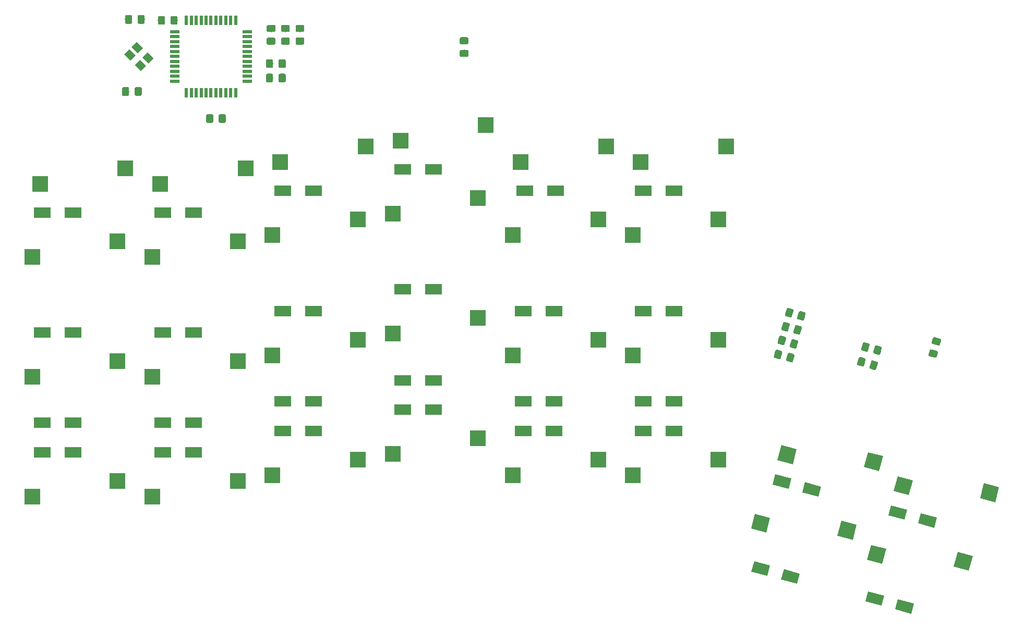
<source format=gbp>
G04 #@! TF.GenerationSoftware,KiCad,Pcbnew,(5.1.4)-1*
G04 #@! TF.CreationDate,2020-05-29T20:33:55-05:00*
G04 #@! TF.ProjectId,Keeb,4b656562-2e6b-4696-9361-645f70636258,rev?*
G04 #@! TF.SameCoordinates,Original*
G04 #@! TF.FileFunction,Paste,Bot*
G04 #@! TF.FilePolarity,Positive*
%FSLAX46Y46*%
G04 Gerber Fmt 4.6, Leading zero omitted, Abs format (unit mm)*
G04 Created by KiCad (PCBNEW (5.1.4)-1) date 2020-05-29 20:33:55*
%MOMM*%
%LPD*%
G04 APERTURE LIST*
%ADD10R,1.500000X0.500000*%
%ADD11R,0.500000X1.500000*%
%ADD12R,2.550000X2.500000*%
%ADD13C,0.100000*%
%ADD14C,1.150000*%
%ADD15R,2.700000X1.700000*%
%ADD16C,1.200000*%
%ADD17C,1.700000*%
%ADD18C,2.500000*%
G04 APERTURE END LIST*
D10*
X233088891Y-43313534D03*
X233088891Y-42513534D03*
X233088891Y-41713534D03*
X233088891Y-40913534D03*
X233088891Y-40113534D03*
X233088891Y-39313534D03*
X233088891Y-38513534D03*
X233088891Y-37713534D03*
X233088891Y-36913534D03*
X233088891Y-36113534D03*
X233088891Y-35313534D03*
D11*
X231188891Y-33413534D03*
X230388891Y-33413534D03*
X229588891Y-33413534D03*
X228788891Y-33413534D03*
X227988891Y-33413534D03*
X227188891Y-33413534D03*
X226388891Y-33413534D03*
X225588891Y-33413534D03*
X224788891Y-33413534D03*
X223988891Y-33413534D03*
X223188891Y-33413534D03*
D10*
X221288891Y-35313534D03*
X221288891Y-36113534D03*
X221288891Y-36913534D03*
X221288891Y-37713534D03*
X221288891Y-38513534D03*
X221288891Y-39313534D03*
X221288891Y-40113534D03*
X221288891Y-40913534D03*
X221288891Y-41713534D03*
X221288891Y-42513534D03*
X221288891Y-43313534D03*
D11*
X223188891Y-45213534D03*
X223988891Y-45213534D03*
X224788891Y-45213534D03*
X225588891Y-45213534D03*
X226388891Y-45213534D03*
X227188891Y-45213534D03*
X227988891Y-45213534D03*
X228788891Y-45213534D03*
X229588891Y-45213534D03*
X230388891Y-45213534D03*
X231188891Y-45213534D03*
D12*
X232798891Y-57453534D03*
X218948891Y-59993534D03*
D13*
G36*
X215720720Y-44310824D02*
G01*
X215744988Y-44314424D01*
X215768787Y-44320385D01*
X215791886Y-44328650D01*
X215814065Y-44339140D01*
X215835108Y-44351752D01*
X215854814Y-44366367D01*
X215872992Y-44382843D01*
X215889468Y-44401021D01*
X215904083Y-44420727D01*
X215916695Y-44441770D01*
X215927185Y-44463949D01*
X215935450Y-44487048D01*
X215941411Y-44510847D01*
X215945011Y-44535115D01*
X215946215Y-44559619D01*
X215946215Y-45459621D01*
X215945011Y-45484125D01*
X215941411Y-45508393D01*
X215935450Y-45532192D01*
X215927185Y-45555291D01*
X215916695Y-45577470D01*
X215904083Y-45598513D01*
X215889468Y-45618219D01*
X215872992Y-45636397D01*
X215854814Y-45652873D01*
X215835108Y-45667488D01*
X215814065Y-45680100D01*
X215791886Y-45690590D01*
X215768787Y-45698855D01*
X215744988Y-45704816D01*
X215720720Y-45708416D01*
X215696216Y-45709620D01*
X215046214Y-45709620D01*
X215021710Y-45708416D01*
X214997442Y-45704816D01*
X214973643Y-45698855D01*
X214950544Y-45690590D01*
X214928365Y-45680100D01*
X214907322Y-45667488D01*
X214887616Y-45652873D01*
X214869438Y-45636397D01*
X214852962Y-45618219D01*
X214838347Y-45598513D01*
X214825735Y-45577470D01*
X214815245Y-45555291D01*
X214806980Y-45532192D01*
X214801019Y-45508393D01*
X214797419Y-45484125D01*
X214796215Y-45459621D01*
X214796215Y-44559619D01*
X214797419Y-44535115D01*
X214801019Y-44510847D01*
X214806980Y-44487048D01*
X214815245Y-44463949D01*
X214825735Y-44441770D01*
X214838347Y-44420727D01*
X214852962Y-44401021D01*
X214869438Y-44382843D01*
X214887616Y-44366367D01*
X214907322Y-44351752D01*
X214928365Y-44339140D01*
X214950544Y-44328650D01*
X214973643Y-44320385D01*
X214997442Y-44314424D01*
X215021710Y-44310824D01*
X215046214Y-44309620D01*
X215696216Y-44309620D01*
X215720720Y-44310824D01*
X215720720Y-44310824D01*
G37*
D14*
X215371215Y-45009620D03*
D13*
G36*
X213670720Y-44310824D02*
G01*
X213694988Y-44314424D01*
X213718787Y-44320385D01*
X213741886Y-44328650D01*
X213764065Y-44339140D01*
X213785108Y-44351752D01*
X213804814Y-44366367D01*
X213822992Y-44382843D01*
X213839468Y-44401021D01*
X213854083Y-44420727D01*
X213866695Y-44441770D01*
X213877185Y-44463949D01*
X213885450Y-44487048D01*
X213891411Y-44510847D01*
X213895011Y-44535115D01*
X213896215Y-44559619D01*
X213896215Y-45459621D01*
X213895011Y-45484125D01*
X213891411Y-45508393D01*
X213885450Y-45532192D01*
X213877185Y-45555291D01*
X213866695Y-45577470D01*
X213854083Y-45598513D01*
X213839468Y-45618219D01*
X213822992Y-45636397D01*
X213804814Y-45652873D01*
X213785108Y-45667488D01*
X213764065Y-45680100D01*
X213741886Y-45690590D01*
X213718787Y-45698855D01*
X213694988Y-45704816D01*
X213670720Y-45708416D01*
X213646216Y-45709620D01*
X212996214Y-45709620D01*
X212971710Y-45708416D01*
X212947442Y-45704816D01*
X212923643Y-45698855D01*
X212900544Y-45690590D01*
X212878365Y-45680100D01*
X212857322Y-45667488D01*
X212837616Y-45652873D01*
X212819438Y-45636397D01*
X212802962Y-45618219D01*
X212788347Y-45598513D01*
X212775735Y-45577470D01*
X212765245Y-45555291D01*
X212756980Y-45532192D01*
X212751019Y-45508393D01*
X212747419Y-45484125D01*
X212746215Y-45459621D01*
X212746215Y-44559619D01*
X212747419Y-44535115D01*
X212751019Y-44510847D01*
X212756980Y-44487048D01*
X212765245Y-44463949D01*
X212775735Y-44441770D01*
X212788347Y-44420727D01*
X212802962Y-44401021D01*
X212819438Y-44382843D01*
X212837616Y-44366367D01*
X212857322Y-44351752D01*
X212878365Y-44339140D01*
X212900544Y-44328650D01*
X212923643Y-44320385D01*
X212947442Y-44314424D01*
X212971710Y-44310824D01*
X212996214Y-44309620D01*
X213646216Y-44309620D01*
X213670720Y-44310824D01*
X213670720Y-44310824D01*
G37*
D14*
X213321215Y-45009620D03*
D15*
X278146215Y-61097120D03*
X283146215Y-61097120D03*
D13*
G36*
X332578531Y-88163173D02*
G01*
X332602904Y-88165977D01*
X332626885Y-88171157D01*
X333254739Y-88339390D01*
X333278096Y-88346894D01*
X333300606Y-88356653D01*
X333322050Y-88368570D01*
X333342224Y-88382532D01*
X333360931Y-88398405D01*
X333377993Y-88416034D01*
X333393245Y-88435251D01*
X333406539Y-88455871D01*
X333417749Y-88477694D01*
X333426766Y-88500510D01*
X333433502Y-88524101D01*
X333437894Y-88548239D01*
X333439899Y-88572690D01*
X333439498Y-88597221D01*
X333436694Y-88621594D01*
X333431514Y-88645575D01*
X333198576Y-89514910D01*
X333191072Y-89538267D01*
X333181313Y-89560777D01*
X333169396Y-89582222D01*
X333155433Y-89602395D01*
X333139561Y-89621102D01*
X333121932Y-89638164D01*
X333102715Y-89653416D01*
X333082095Y-89666711D01*
X333060272Y-89677920D01*
X333037455Y-89686937D01*
X333013865Y-89693673D01*
X332989727Y-89698065D01*
X332965276Y-89700070D01*
X332940745Y-89699669D01*
X332916372Y-89696865D01*
X332892391Y-89691685D01*
X332264537Y-89523452D01*
X332241180Y-89515948D01*
X332218670Y-89506189D01*
X332197226Y-89494272D01*
X332177052Y-89480310D01*
X332158345Y-89464437D01*
X332141283Y-89446808D01*
X332126031Y-89427591D01*
X332112737Y-89406971D01*
X332101527Y-89385148D01*
X332092510Y-89362332D01*
X332085774Y-89338741D01*
X332081382Y-89314603D01*
X332079377Y-89290152D01*
X332079778Y-89265621D01*
X332082582Y-89241248D01*
X332087762Y-89217267D01*
X332320700Y-88347932D01*
X332328204Y-88324575D01*
X332337963Y-88302065D01*
X332349880Y-88280620D01*
X332363843Y-88260447D01*
X332379715Y-88241740D01*
X332397344Y-88224678D01*
X332416561Y-88209426D01*
X332437181Y-88196131D01*
X332459004Y-88184922D01*
X332481821Y-88175905D01*
X332505411Y-88169169D01*
X332529549Y-88164777D01*
X332554000Y-88162772D01*
X332578531Y-88163173D01*
X332578531Y-88163173D01*
G37*
D14*
X332759638Y-88931421D03*
D13*
G36*
X334558679Y-88693753D02*
G01*
X334583052Y-88696557D01*
X334607033Y-88701737D01*
X335234887Y-88869970D01*
X335258244Y-88877474D01*
X335280754Y-88887233D01*
X335302198Y-88899150D01*
X335322372Y-88913112D01*
X335341079Y-88928985D01*
X335358141Y-88946614D01*
X335373393Y-88965831D01*
X335386687Y-88986451D01*
X335397897Y-89008274D01*
X335406914Y-89031090D01*
X335413650Y-89054681D01*
X335418042Y-89078819D01*
X335420047Y-89103270D01*
X335419646Y-89127801D01*
X335416842Y-89152174D01*
X335411662Y-89176155D01*
X335178724Y-90045490D01*
X335171220Y-90068847D01*
X335161461Y-90091357D01*
X335149544Y-90112802D01*
X335135581Y-90132975D01*
X335119709Y-90151682D01*
X335102080Y-90168744D01*
X335082863Y-90183996D01*
X335062243Y-90197291D01*
X335040420Y-90208500D01*
X335017603Y-90217517D01*
X334994013Y-90224253D01*
X334969875Y-90228645D01*
X334945424Y-90230650D01*
X334920893Y-90230249D01*
X334896520Y-90227445D01*
X334872539Y-90222265D01*
X334244685Y-90054032D01*
X334221328Y-90046528D01*
X334198818Y-90036769D01*
X334177374Y-90024852D01*
X334157200Y-90010890D01*
X334138493Y-89995017D01*
X334121431Y-89977388D01*
X334106179Y-89958171D01*
X334092885Y-89937551D01*
X334081675Y-89915728D01*
X334072658Y-89892912D01*
X334065922Y-89869321D01*
X334061530Y-89845183D01*
X334059525Y-89820732D01*
X334059926Y-89796201D01*
X334062730Y-89771828D01*
X334067910Y-89747847D01*
X334300848Y-88878512D01*
X334308352Y-88855155D01*
X334318111Y-88832645D01*
X334330028Y-88811200D01*
X334343991Y-88791027D01*
X334359863Y-88772320D01*
X334377492Y-88755258D01*
X334396709Y-88740006D01*
X334417329Y-88726711D01*
X334439152Y-88715502D01*
X334461969Y-88706485D01*
X334485559Y-88699749D01*
X334509697Y-88695357D01*
X334534148Y-88693352D01*
X334558679Y-88693753D01*
X334558679Y-88693753D01*
G37*
D14*
X334739786Y-89462001D03*
D16*
X214039322Y-39066047D03*
D13*
G36*
X214958561Y-39136758D02*
G01*
X214110033Y-39985286D01*
X213120083Y-38995336D01*
X213968611Y-38146808D01*
X214958561Y-39136758D01*
X214958561Y-39136758D01*
G37*
D16*
X215736378Y-40763103D03*
D13*
G36*
X216655617Y-40833814D02*
G01*
X215807089Y-41682342D01*
X214817139Y-40692392D01*
X215665667Y-39843864D01*
X216655617Y-40833814D01*
X216655617Y-40833814D01*
G37*
D16*
X215241404Y-37863965D03*
D13*
G36*
X216160643Y-37934676D02*
G01*
X215312115Y-38783204D01*
X214322165Y-37793254D01*
X215170693Y-36944726D01*
X216160643Y-37934676D01*
X216160643Y-37934676D01*
G37*
D16*
X216938460Y-39561021D03*
D13*
G36*
X217857699Y-39631732D02*
G01*
X217009171Y-40480260D01*
X216019221Y-39490310D01*
X216867749Y-38641782D01*
X217857699Y-39631732D01*
X217857699Y-39631732D01*
G37*
D17*
X334949076Y-127391484D03*
D13*
G36*
X336473072Y-126919853D02*
G01*
X336033080Y-128561927D01*
X333425080Y-127863115D01*
X333865072Y-126221041D01*
X336473072Y-126919853D01*
X336473072Y-126919853D01*
G37*
D17*
X339778706Y-128685580D03*
D13*
G36*
X341302702Y-128213949D02*
G01*
X340862710Y-129856023D01*
X338254710Y-129157211D01*
X338694702Y-127515137D01*
X341302702Y-128213949D01*
X341302702Y-128213949D01*
G37*
D17*
X316424077Y-122516486D03*
D13*
G36*
X317948073Y-122044855D02*
G01*
X317508081Y-123686929D01*
X314900081Y-122988117D01*
X315340073Y-121346043D01*
X317948073Y-122044855D01*
X317948073Y-122044855D01*
G37*
D17*
X321253707Y-123810582D03*
D13*
G36*
X322777703Y-123338951D02*
G01*
X322337711Y-124981025D01*
X319729711Y-124282213D01*
X320169703Y-122640139D01*
X322777703Y-123338951D01*
X322777703Y-123338951D01*
G37*
D15*
X297328892Y-100163665D03*
X302328892Y-100163665D03*
X277828891Y-100163667D03*
X282828891Y-100163667D03*
X258328891Y-96663667D03*
X263328891Y-96663667D03*
X238828891Y-100163666D03*
X243828891Y-100163666D03*
X219328891Y-103663534D03*
X224328891Y-103663534D03*
X199828891Y-103663533D03*
X204828891Y-103663533D03*
D17*
X343505905Y-114718809D03*
D13*
G36*
X341981909Y-115190440D02*
G01*
X342421901Y-113548366D01*
X345029901Y-114247178D01*
X344589909Y-115889252D01*
X341981909Y-115190440D01*
X341981909Y-115190440D01*
G37*
D17*
X338676275Y-113424713D03*
D13*
G36*
X337152279Y-113896344D02*
G01*
X337592271Y-112254270D01*
X340200271Y-112953082D01*
X339760279Y-114595156D01*
X337152279Y-113896344D01*
X337152279Y-113896344D01*
G37*
D17*
X319836576Y-108378985D03*
D13*
G36*
X321360572Y-107907354D02*
G01*
X320920580Y-109549428D01*
X318312580Y-108850616D01*
X318752572Y-107208542D01*
X321360572Y-107907354D01*
X321360572Y-107907354D01*
G37*
D17*
X324666206Y-109673081D03*
D13*
G36*
X326190202Y-109201450D02*
G01*
X325750210Y-110843524D01*
X323142210Y-110144712D01*
X323582202Y-108502638D01*
X326190202Y-109201450D01*
X326190202Y-109201450D01*
G37*
D15*
X297326391Y-95376034D03*
X302326391Y-95376034D03*
X277826392Y-95376032D03*
X282826392Y-95376032D03*
X258326391Y-91963534D03*
X263326391Y-91963534D03*
X238826393Y-95376034D03*
X243826393Y-95376034D03*
X219326392Y-98788532D03*
X224326392Y-98788532D03*
X199826391Y-98788533D03*
X204826391Y-98788533D03*
X297328891Y-80663667D03*
X302328891Y-80663667D03*
X277828891Y-80663667D03*
X282828891Y-80663667D03*
X258328893Y-77163667D03*
X263328893Y-77163667D03*
X238828892Y-80663667D03*
X243828892Y-80663667D03*
X219328891Y-84163532D03*
X224328891Y-84163532D03*
X199828891Y-84163534D03*
X204828891Y-84163534D03*
X297328891Y-61163667D03*
X302328891Y-61163667D03*
X258328891Y-57663666D03*
X263328891Y-57663666D03*
X238828891Y-61163665D03*
X243828891Y-61163665D03*
X219328891Y-64663534D03*
X224328891Y-64663534D03*
X199826391Y-64663535D03*
X204826391Y-64663535D03*
D18*
X335229119Y-120207189D03*
D13*
G36*
X333674040Y-121084602D02*
G01*
X334321087Y-118669787D01*
X336784198Y-119329776D01*
X336137151Y-121744591D01*
X333674040Y-121084602D01*
X333674040Y-121084602D01*
G37*
D18*
X349264592Y-121338382D03*
D13*
G36*
X347709513Y-122215795D02*
G01*
X348356560Y-119800980D01*
X350819671Y-120460969D01*
X350172624Y-122875784D01*
X347709513Y-122215795D01*
X347709513Y-122215795D01*
G37*
D18*
X316393566Y-115160217D03*
D13*
G36*
X314838487Y-116037630D02*
G01*
X315485534Y-113622815D01*
X317948645Y-114282804D01*
X317301598Y-116697619D01*
X314838487Y-116037630D01*
X314838487Y-116037630D01*
G37*
D18*
X330429039Y-116291410D03*
D13*
G36*
X328873960Y-117168823D02*
G01*
X329521007Y-114754008D01*
X331984118Y-115413997D01*
X331337071Y-117828812D01*
X328873960Y-117168823D01*
X328873960Y-117168823D01*
G37*
D12*
X295678893Y-107373667D03*
X309528893Y-104833667D03*
X276178891Y-107373667D03*
X290028891Y-104833667D03*
X256678891Y-103873667D03*
X270528891Y-101333667D03*
X237178891Y-107373665D03*
X251028891Y-104833665D03*
X217678891Y-110873534D03*
X231528891Y-108333534D03*
X198178891Y-110873534D03*
X212028891Y-108333534D03*
D18*
X353566089Y-110191884D03*
D13*
G36*
X355121168Y-109314471D02*
G01*
X354474121Y-111729286D01*
X352011010Y-111069297D01*
X352658057Y-108654482D01*
X355121168Y-109314471D01*
X355121168Y-109314471D01*
G37*
D18*
X339530616Y-109060691D03*
D13*
G36*
X341085695Y-108183278D02*
G01*
X340438648Y-110598093D01*
X337975537Y-109938104D01*
X338622584Y-107523289D01*
X341085695Y-108183278D01*
X341085695Y-108183278D01*
G37*
D18*
X334730535Y-105144913D03*
D13*
G36*
X336285614Y-104267500D02*
G01*
X335638567Y-106682315D01*
X333175456Y-106022326D01*
X333822503Y-103607511D01*
X336285614Y-104267500D01*
X336285614Y-104267500D01*
G37*
D18*
X320695062Y-104013720D03*
D13*
G36*
X322250141Y-103136307D02*
G01*
X321603094Y-105551122D01*
X319139983Y-104891133D01*
X319787030Y-102476318D01*
X322250141Y-103136307D01*
X322250141Y-103136307D01*
G37*
D12*
X295678891Y-87873667D03*
X309528891Y-85333667D03*
X276178893Y-87873667D03*
X290028893Y-85333667D03*
X256678889Y-84373667D03*
X270528889Y-81833667D03*
X237178891Y-87873667D03*
X251028891Y-85333667D03*
X217678891Y-91373534D03*
X231528891Y-88833534D03*
X198178891Y-91373532D03*
X212028891Y-88833532D03*
X295678891Y-68373667D03*
X309528891Y-65833667D03*
X276178891Y-68373665D03*
X290028891Y-65833665D03*
X256678892Y-64873665D03*
X270528892Y-62333665D03*
X237178891Y-68373667D03*
X251028891Y-65833667D03*
X217678892Y-71873532D03*
X231528892Y-69333532D03*
X198178891Y-71873534D03*
X212028891Y-69333534D03*
X310798891Y-53953665D03*
X296948891Y-56493665D03*
X291298891Y-53953667D03*
X277448891Y-56493667D03*
X271798893Y-50453666D03*
X257948893Y-52993666D03*
X252298891Y-53953667D03*
X238448891Y-56493667D03*
X213298890Y-57453666D03*
X199448890Y-59993666D03*
D13*
G36*
X344607481Y-84931100D02*
G01*
X344631854Y-84933904D01*
X344655835Y-84939084D01*
X345525170Y-85172022D01*
X345548527Y-85179526D01*
X345571037Y-85189285D01*
X345592482Y-85201202D01*
X345612655Y-85215165D01*
X345631362Y-85231037D01*
X345648424Y-85248666D01*
X345663676Y-85267883D01*
X345676971Y-85288503D01*
X345688180Y-85310326D01*
X345697197Y-85333143D01*
X345703933Y-85356733D01*
X345708325Y-85380871D01*
X345710330Y-85405322D01*
X345709929Y-85429853D01*
X345707125Y-85454226D01*
X345701945Y-85478207D01*
X345533712Y-86106061D01*
X345526208Y-86129418D01*
X345516449Y-86151928D01*
X345504532Y-86173372D01*
X345490570Y-86193546D01*
X345474697Y-86212253D01*
X345457068Y-86229315D01*
X345437851Y-86244567D01*
X345417231Y-86257861D01*
X345395408Y-86269071D01*
X345372592Y-86278088D01*
X345349001Y-86284824D01*
X345324863Y-86289216D01*
X345300412Y-86291221D01*
X345275881Y-86290820D01*
X345251508Y-86288016D01*
X345227527Y-86282836D01*
X344358192Y-86049898D01*
X344334835Y-86042394D01*
X344312325Y-86032635D01*
X344290880Y-86020718D01*
X344270707Y-86006755D01*
X344252000Y-85990883D01*
X344234938Y-85973254D01*
X344219686Y-85954037D01*
X344206391Y-85933417D01*
X344195182Y-85911594D01*
X344186165Y-85888777D01*
X344179429Y-85865187D01*
X344175037Y-85841049D01*
X344173032Y-85816598D01*
X344173433Y-85792067D01*
X344176237Y-85767694D01*
X344181417Y-85743713D01*
X344349650Y-85115859D01*
X344357154Y-85092502D01*
X344366913Y-85069992D01*
X344378830Y-85048548D01*
X344392792Y-85028374D01*
X344408665Y-85009667D01*
X344426294Y-84992605D01*
X344445511Y-84977353D01*
X344466131Y-84964059D01*
X344487954Y-84952849D01*
X344510770Y-84943832D01*
X344534361Y-84937096D01*
X344558499Y-84932704D01*
X344582950Y-84930699D01*
X344607481Y-84931100D01*
X344607481Y-84931100D01*
G37*
D14*
X344941681Y-85610960D03*
D13*
G36*
X344076901Y-86911248D02*
G01*
X344101274Y-86914052D01*
X344125255Y-86919232D01*
X344994590Y-87152170D01*
X345017947Y-87159674D01*
X345040457Y-87169433D01*
X345061902Y-87181350D01*
X345082075Y-87195313D01*
X345100782Y-87211185D01*
X345117844Y-87228814D01*
X345133096Y-87248031D01*
X345146391Y-87268651D01*
X345157600Y-87290474D01*
X345166617Y-87313291D01*
X345173353Y-87336881D01*
X345177745Y-87361019D01*
X345179750Y-87385470D01*
X345179349Y-87410001D01*
X345176545Y-87434374D01*
X345171365Y-87458355D01*
X345003132Y-88086209D01*
X344995628Y-88109566D01*
X344985869Y-88132076D01*
X344973952Y-88153520D01*
X344959990Y-88173694D01*
X344944117Y-88192401D01*
X344926488Y-88209463D01*
X344907271Y-88224715D01*
X344886651Y-88238009D01*
X344864828Y-88249219D01*
X344842012Y-88258236D01*
X344818421Y-88264972D01*
X344794283Y-88269364D01*
X344769832Y-88271369D01*
X344745301Y-88270968D01*
X344720928Y-88268164D01*
X344696947Y-88262984D01*
X343827612Y-88030046D01*
X343804255Y-88022542D01*
X343781745Y-88012783D01*
X343760300Y-88000866D01*
X343740127Y-87986903D01*
X343721420Y-87971031D01*
X343704358Y-87953402D01*
X343689106Y-87934185D01*
X343675811Y-87913565D01*
X343664602Y-87891742D01*
X343655585Y-87868925D01*
X343648849Y-87845335D01*
X343644457Y-87821197D01*
X343642452Y-87796746D01*
X343642853Y-87772215D01*
X343645657Y-87747842D01*
X343650837Y-87723861D01*
X343819070Y-87096007D01*
X343826574Y-87072650D01*
X343836333Y-87050140D01*
X343848250Y-87028696D01*
X343862212Y-87008522D01*
X343878085Y-86989815D01*
X343895714Y-86972753D01*
X343914931Y-86957501D01*
X343935551Y-86944207D01*
X343957374Y-86932997D01*
X343980190Y-86923980D01*
X344003781Y-86917244D01*
X344027919Y-86912852D01*
X344052370Y-86910847D01*
X344076901Y-86911248D01*
X344076901Y-86911248D01*
G37*
D14*
X344411101Y-87591108D03*
D13*
G36*
X333228370Y-85737938D02*
G01*
X333252743Y-85740742D01*
X333276724Y-85745922D01*
X333904578Y-85914155D01*
X333927935Y-85921659D01*
X333950445Y-85931418D01*
X333971889Y-85943335D01*
X333992063Y-85957297D01*
X334010770Y-85973170D01*
X334027832Y-85990799D01*
X334043084Y-86010016D01*
X334056378Y-86030636D01*
X334067588Y-86052459D01*
X334076605Y-86075275D01*
X334083341Y-86098866D01*
X334087733Y-86123004D01*
X334089738Y-86147455D01*
X334089337Y-86171986D01*
X334086533Y-86196359D01*
X334081353Y-86220340D01*
X333848415Y-87089675D01*
X333840911Y-87113032D01*
X333831152Y-87135542D01*
X333819235Y-87156987D01*
X333805272Y-87177160D01*
X333789400Y-87195867D01*
X333771771Y-87212929D01*
X333752554Y-87228181D01*
X333731934Y-87241476D01*
X333710111Y-87252685D01*
X333687294Y-87261702D01*
X333663704Y-87268438D01*
X333639566Y-87272830D01*
X333615115Y-87274835D01*
X333590584Y-87274434D01*
X333566211Y-87271630D01*
X333542230Y-87266450D01*
X332914376Y-87098217D01*
X332891019Y-87090713D01*
X332868509Y-87080954D01*
X332847065Y-87069037D01*
X332826891Y-87055075D01*
X332808184Y-87039202D01*
X332791122Y-87021573D01*
X332775870Y-87002356D01*
X332762576Y-86981736D01*
X332751366Y-86959913D01*
X332742349Y-86937097D01*
X332735613Y-86913506D01*
X332731221Y-86889368D01*
X332729216Y-86864917D01*
X332729617Y-86840386D01*
X332732421Y-86816013D01*
X332737601Y-86792032D01*
X332970539Y-85922697D01*
X332978043Y-85899340D01*
X332987802Y-85876830D01*
X332999719Y-85855385D01*
X333013682Y-85835212D01*
X333029554Y-85816505D01*
X333047183Y-85799443D01*
X333066400Y-85784191D01*
X333087020Y-85770896D01*
X333108843Y-85759687D01*
X333131660Y-85750670D01*
X333155250Y-85743934D01*
X333179388Y-85739542D01*
X333203839Y-85737537D01*
X333228370Y-85737938D01*
X333228370Y-85737938D01*
G37*
D14*
X333409477Y-86506186D03*
D13*
G36*
X335208518Y-86268518D02*
G01*
X335232891Y-86271322D01*
X335256872Y-86276502D01*
X335884726Y-86444735D01*
X335908083Y-86452239D01*
X335930593Y-86461998D01*
X335952037Y-86473915D01*
X335972211Y-86487877D01*
X335990918Y-86503750D01*
X336007980Y-86521379D01*
X336023232Y-86540596D01*
X336036526Y-86561216D01*
X336047736Y-86583039D01*
X336056753Y-86605855D01*
X336063489Y-86629446D01*
X336067881Y-86653584D01*
X336069886Y-86678035D01*
X336069485Y-86702566D01*
X336066681Y-86726939D01*
X336061501Y-86750920D01*
X335828563Y-87620255D01*
X335821059Y-87643612D01*
X335811300Y-87666122D01*
X335799383Y-87687567D01*
X335785420Y-87707740D01*
X335769548Y-87726447D01*
X335751919Y-87743509D01*
X335732702Y-87758761D01*
X335712082Y-87772056D01*
X335690259Y-87783265D01*
X335667442Y-87792282D01*
X335643852Y-87799018D01*
X335619714Y-87803410D01*
X335595263Y-87805415D01*
X335570732Y-87805014D01*
X335546359Y-87802210D01*
X335522378Y-87797030D01*
X334894524Y-87628797D01*
X334871167Y-87621293D01*
X334848657Y-87611534D01*
X334827213Y-87599617D01*
X334807039Y-87585655D01*
X334788332Y-87569782D01*
X334771270Y-87552153D01*
X334756018Y-87532936D01*
X334742724Y-87512316D01*
X334731514Y-87490493D01*
X334722497Y-87467677D01*
X334715761Y-87444086D01*
X334711369Y-87419948D01*
X334709364Y-87395497D01*
X334709765Y-87370966D01*
X334712569Y-87346593D01*
X334717749Y-87322612D01*
X334950687Y-86453277D01*
X334958191Y-86429920D01*
X334967950Y-86407410D01*
X334979867Y-86385965D01*
X334993830Y-86365792D01*
X335009702Y-86347085D01*
X335027331Y-86330023D01*
X335046548Y-86314771D01*
X335067168Y-86301476D01*
X335088991Y-86290267D01*
X335111808Y-86281250D01*
X335135398Y-86274514D01*
X335159536Y-86270122D01*
X335183987Y-86268117D01*
X335208518Y-86268518D01*
X335208518Y-86268518D01*
G37*
D14*
X335389625Y-87036766D03*
D13*
G36*
X319048306Y-86960305D02*
G01*
X319072679Y-86963109D01*
X319096660Y-86968289D01*
X319724514Y-87136522D01*
X319747871Y-87144026D01*
X319770381Y-87153785D01*
X319791825Y-87165702D01*
X319811999Y-87179664D01*
X319830706Y-87195537D01*
X319847768Y-87213166D01*
X319863020Y-87232383D01*
X319876314Y-87253003D01*
X319887524Y-87274826D01*
X319896541Y-87297642D01*
X319903277Y-87321233D01*
X319907669Y-87345371D01*
X319909674Y-87369822D01*
X319909273Y-87394353D01*
X319906469Y-87418726D01*
X319901289Y-87442707D01*
X319668351Y-88312042D01*
X319660847Y-88335399D01*
X319651088Y-88357909D01*
X319639171Y-88379354D01*
X319625208Y-88399527D01*
X319609336Y-88418234D01*
X319591707Y-88435296D01*
X319572490Y-88450548D01*
X319551870Y-88463843D01*
X319530047Y-88475052D01*
X319507230Y-88484069D01*
X319483640Y-88490805D01*
X319459502Y-88495197D01*
X319435051Y-88497202D01*
X319410520Y-88496801D01*
X319386147Y-88493997D01*
X319362166Y-88488817D01*
X318734312Y-88320584D01*
X318710955Y-88313080D01*
X318688445Y-88303321D01*
X318667001Y-88291404D01*
X318646827Y-88277442D01*
X318628120Y-88261569D01*
X318611058Y-88243940D01*
X318595806Y-88224723D01*
X318582512Y-88204103D01*
X318571302Y-88182280D01*
X318562285Y-88159464D01*
X318555549Y-88135873D01*
X318551157Y-88111735D01*
X318549152Y-88087284D01*
X318549553Y-88062753D01*
X318552357Y-88038380D01*
X318557537Y-88014399D01*
X318790475Y-87145064D01*
X318797979Y-87121707D01*
X318807738Y-87099197D01*
X318819655Y-87077752D01*
X318833618Y-87057579D01*
X318849490Y-87038872D01*
X318867119Y-87021810D01*
X318886336Y-87006558D01*
X318906956Y-86993263D01*
X318928779Y-86982054D01*
X318951596Y-86973037D01*
X318975186Y-86966301D01*
X318999324Y-86961909D01*
X319023775Y-86959904D01*
X319048306Y-86960305D01*
X319048306Y-86960305D01*
G37*
D14*
X319229413Y-87728553D03*
D13*
G36*
X321028454Y-87490885D02*
G01*
X321052827Y-87493689D01*
X321076808Y-87498869D01*
X321704662Y-87667102D01*
X321728019Y-87674606D01*
X321750529Y-87684365D01*
X321771973Y-87696282D01*
X321792147Y-87710244D01*
X321810854Y-87726117D01*
X321827916Y-87743746D01*
X321843168Y-87762963D01*
X321856462Y-87783583D01*
X321867672Y-87805406D01*
X321876689Y-87828222D01*
X321883425Y-87851813D01*
X321887817Y-87875951D01*
X321889822Y-87900402D01*
X321889421Y-87924933D01*
X321886617Y-87949306D01*
X321881437Y-87973287D01*
X321648499Y-88842622D01*
X321640995Y-88865979D01*
X321631236Y-88888489D01*
X321619319Y-88909934D01*
X321605356Y-88930107D01*
X321589484Y-88948814D01*
X321571855Y-88965876D01*
X321552638Y-88981128D01*
X321532018Y-88994423D01*
X321510195Y-89005632D01*
X321487378Y-89014649D01*
X321463788Y-89021385D01*
X321439650Y-89025777D01*
X321415199Y-89027782D01*
X321390668Y-89027381D01*
X321366295Y-89024577D01*
X321342314Y-89019397D01*
X320714460Y-88851164D01*
X320691103Y-88843660D01*
X320668593Y-88833901D01*
X320647149Y-88821984D01*
X320626975Y-88808022D01*
X320608268Y-88792149D01*
X320591206Y-88774520D01*
X320575954Y-88755303D01*
X320562660Y-88734683D01*
X320551450Y-88712860D01*
X320542433Y-88690044D01*
X320535697Y-88666453D01*
X320531305Y-88642315D01*
X320529300Y-88617864D01*
X320529701Y-88593333D01*
X320532505Y-88568960D01*
X320537685Y-88544979D01*
X320770623Y-87675644D01*
X320778127Y-87652287D01*
X320787886Y-87629777D01*
X320799803Y-87608332D01*
X320813766Y-87588159D01*
X320829638Y-87569452D01*
X320847267Y-87552390D01*
X320866484Y-87537138D01*
X320887104Y-87523843D01*
X320908927Y-87512634D01*
X320931744Y-87503617D01*
X320955334Y-87496881D01*
X320979472Y-87492489D01*
X321003923Y-87490484D01*
X321028454Y-87490885D01*
X321028454Y-87490885D01*
G37*
D14*
X321209561Y-88259133D03*
D13*
G36*
X319653943Y-84700041D02*
G01*
X319678316Y-84702845D01*
X319702297Y-84708025D01*
X320330151Y-84876258D01*
X320353508Y-84883762D01*
X320376018Y-84893521D01*
X320397462Y-84905438D01*
X320417636Y-84919400D01*
X320436343Y-84935273D01*
X320453405Y-84952902D01*
X320468657Y-84972119D01*
X320481951Y-84992739D01*
X320493161Y-85014562D01*
X320502178Y-85037378D01*
X320508914Y-85060969D01*
X320513306Y-85085107D01*
X320515311Y-85109558D01*
X320514910Y-85134089D01*
X320512106Y-85158462D01*
X320506926Y-85182443D01*
X320273988Y-86051778D01*
X320266484Y-86075135D01*
X320256725Y-86097645D01*
X320244808Y-86119090D01*
X320230845Y-86139263D01*
X320214973Y-86157970D01*
X320197344Y-86175032D01*
X320178127Y-86190284D01*
X320157507Y-86203579D01*
X320135684Y-86214788D01*
X320112867Y-86223805D01*
X320089277Y-86230541D01*
X320065139Y-86234933D01*
X320040688Y-86236938D01*
X320016157Y-86236537D01*
X319991784Y-86233733D01*
X319967803Y-86228553D01*
X319339949Y-86060320D01*
X319316592Y-86052816D01*
X319294082Y-86043057D01*
X319272638Y-86031140D01*
X319252464Y-86017178D01*
X319233757Y-86001305D01*
X319216695Y-85983676D01*
X319201443Y-85964459D01*
X319188149Y-85943839D01*
X319176939Y-85922016D01*
X319167922Y-85899200D01*
X319161186Y-85875609D01*
X319156794Y-85851471D01*
X319154789Y-85827020D01*
X319155190Y-85802489D01*
X319157994Y-85778116D01*
X319163174Y-85754135D01*
X319396112Y-84884800D01*
X319403616Y-84861443D01*
X319413375Y-84838933D01*
X319425292Y-84817488D01*
X319439255Y-84797315D01*
X319455127Y-84778608D01*
X319472756Y-84761546D01*
X319491973Y-84746294D01*
X319512593Y-84732999D01*
X319534416Y-84721790D01*
X319557233Y-84712773D01*
X319580823Y-84706037D01*
X319604961Y-84701645D01*
X319629412Y-84699640D01*
X319653943Y-84700041D01*
X319653943Y-84700041D01*
G37*
D14*
X319835050Y-85468289D03*
D13*
G36*
X321634091Y-85230621D02*
G01*
X321658464Y-85233425D01*
X321682445Y-85238605D01*
X322310299Y-85406838D01*
X322333656Y-85414342D01*
X322356166Y-85424101D01*
X322377610Y-85436018D01*
X322397784Y-85449980D01*
X322416491Y-85465853D01*
X322433553Y-85483482D01*
X322448805Y-85502699D01*
X322462099Y-85523319D01*
X322473309Y-85545142D01*
X322482326Y-85567958D01*
X322489062Y-85591549D01*
X322493454Y-85615687D01*
X322495459Y-85640138D01*
X322495058Y-85664669D01*
X322492254Y-85689042D01*
X322487074Y-85713023D01*
X322254136Y-86582358D01*
X322246632Y-86605715D01*
X322236873Y-86628225D01*
X322224956Y-86649670D01*
X322210993Y-86669843D01*
X322195121Y-86688550D01*
X322177492Y-86705612D01*
X322158275Y-86720864D01*
X322137655Y-86734159D01*
X322115832Y-86745368D01*
X322093015Y-86754385D01*
X322069425Y-86761121D01*
X322045287Y-86765513D01*
X322020836Y-86767518D01*
X321996305Y-86767117D01*
X321971932Y-86764313D01*
X321947951Y-86759133D01*
X321320097Y-86590900D01*
X321296740Y-86583396D01*
X321274230Y-86573637D01*
X321252786Y-86561720D01*
X321232612Y-86547758D01*
X321213905Y-86531885D01*
X321196843Y-86514256D01*
X321181591Y-86495039D01*
X321168297Y-86474419D01*
X321157087Y-86452596D01*
X321148070Y-86429780D01*
X321141334Y-86406189D01*
X321136942Y-86382051D01*
X321134937Y-86357600D01*
X321135338Y-86333069D01*
X321138142Y-86308696D01*
X321143322Y-86284715D01*
X321376260Y-85415380D01*
X321383764Y-85392023D01*
X321393523Y-85369513D01*
X321405440Y-85348068D01*
X321419403Y-85327895D01*
X321435275Y-85309188D01*
X321452904Y-85292126D01*
X321472121Y-85276874D01*
X321492741Y-85263579D01*
X321514564Y-85252370D01*
X321537381Y-85243353D01*
X321560971Y-85236617D01*
X321585109Y-85232225D01*
X321609560Y-85230220D01*
X321634091Y-85230621D01*
X321634091Y-85230621D01*
G37*
D14*
X321815198Y-85998869D03*
D13*
G36*
X320259579Y-82439772D02*
G01*
X320283952Y-82442576D01*
X320307933Y-82447756D01*
X320935787Y-82615989D01*
X320959144Y-82623493D01*
X320981654Y-82633252D01*
X321003098Y-82645169D01*
X321023272Y-82659131D01*
X321041979Y-82675004D01*
X321059041Y-82692633D01*
X321074293Y-82711850D01*
X321087587Y-82732470D01*
X321098797Y-82754293D01*
X321107814Y-82777109D01*
X321114550Y-82800700D01*
X321118942Y-82824838D01*
X321120947Y-82849289D01*
X321120546Y-82873820D01*
X321117742Y-82898193D01*
X321112562Y-82922174D01*
X320879624Y-83791509D01*
X320872120Y-83814866D01*
X320862361Y-83837376D01*
X320850444Y-83858821D01*
X320836481Y-83878994D01*
X320820609Y-83897701D01*
X320802980Y-83914763D01*
X320783763Y-83930015D01*
X320763143Y-83943310D01*
X320741320Y-83954519D01*
X320718503Y-83963536D01*
X320694913Y-83970272D01*
X320670775Y-83974664D01*
X320646324Y-83976669D01*
X320621793Y-83976268D01*
X320597420Y-83973464D01*
X320573439Y-83968284D01*
X319945585Y-83800051D01*
X319922228Y-83792547D01*
X319899718Y-83782788D01*
X319878274Y-83770871D01*
X319858100Y-83756909D01*
X319839393Y-83741036D01*
X319822331Y-83723407D01*
X319807079Y-83704190D01*
X319793785Y-83683570D01*
X319782575Y-83661747D01*
X319773558Y-83638931D01*
X319766822Y-83615340D01*
X319762430Y-83591202D01*
X319760425Y-83566751D01*
X319760826Y-83542220D01*
X319763630Y-83517847D01*
X319768810Y-83493866D01*
X320001748Y-82624531D01*
X320009252Y-82601174D01*
X320019011Y-82578664D01*
X320030928Y-82557219D01*
X320044891Y-82537046D01*
X320060763Y-82518339D01*
X320078392Y-82501277D01*
X320097609Y-82486025D01*
X320118229Y-82472730D01*
X320140052Y-82461521D01*
X320162869Y-82452504D01*
X320186459Y-82445768D01*
X320210597Y-82441376D01*
X320235048Y-82439371D01*
X320259579Y-82439772D01*
X320259579Y-82439772D01*
G37*
D14*
X320440686Y-83208020D03*
D13*
G36*
X322239727Y-82970352D02*
G01*
X322264100Y-82973156D01*
X322288081Y-82978336D01*
X322915935Y-83146569D01*
X322939292Y-83154073D01*
X322961802Y-83163832D01*
X322983246Y-83175749D01*
X323003420Y-83189711D01*
X323022127Y-83205584D01*
X323039189Y-83223213D01*
X323054441Y-83242430D01*
X323067735Y-83263050D01*
X323078945Y-83284873D01*
X323087962Y-83307689D01*
X323094698Y-83331280D01*
X323099090Y-83355418D01*
X323101095Y-83379869D01*
X323100694Y-83404400D01*
X323097890Y-83428773D01*
X323092710Y-83452754D01*
X322859772Y-84322089D01*
X322852268Y-84345446D01*
X322842509Y-84367956D01*
X322830592Y-84389401D01*
X322816629Y-84409574D01*
X322800757Y-84428281D01*
X322783128Y-84445343D01*
X322763911Y-84460595D01*
X322743291Y-84473890D01*
X322721468Y-84485099D01*
X322698651Y-84494116D01*
X322675061Y-84500852D01*
X322650923Y-84505244D01*
X322626472Y-84507249D01*
X322601941Y-84506848D01*
X322577568Y-84504044D01*
X322553587Y-84498864D01*
X321925733Y-84330631D01*
X321902376Y-84323127D01*
X321879866Y-84313368D01*
X321858422Y-84301451D01*
X321838248Y-84287489D01*
X321819541Y-84271616D01*
X321802479Y-84253987D01*
X321787227Y-84234770D01*
X321773933Y-84214150D01*
X321762723Y-84192327D01*
X321753706Y-84169511D01*
X321746970Y-84145920D01*
X321742578Y-84121782D01*
X321740573Y-84097331D01*
X321740974Y-84072800D01*
X321743778Y-84048427D01*
X321748958Y-84024446D01*
X321981896Y-83155111D01*
X321989400Y-83131754D01*
X321999159Y-83109244D01*
X322011076Y-83087799D01*
X322025039Y-83067626D01*
X322040911Y-83048919D01*
X322058540Y-83031857D01*
X322077757Y-83016605D01*
X322098377Y-83003310D01*
X322120200Y-82992101D01*
X322143017Y-82983084D01*
X322166607Y-82976348D01*
X322190745Y-82971956D01*
X322215196Y-82969951D01*
X322239727Y-82970352D01*
X322239727Y-82970352D01*
G37*
D14*
X322420834Y-83738600D03*
D13*
G36*
X320865216Y-80179508D02*
G01*
X320889589Y-80182312D01*
X320913570Y-80187492D01*
X321541424Y-80355725D01*
X321564781Y-80363229D01*
X321587291Y-80372988D01*
X321608735Y-80384905D01*
X321628909Y-80398867D01*
X321647616Y-80414740D01*
X321664678Y-80432369D01*
X321679930Y-80451586D01*
X321693224Y-80472206D01*
X321704434Y-80494029D01*
X321713451Y-80516845D01*
X321720187Y-80540436D01*
X321724579Y-80564574D01*
X321726584Y-80589025D01*
X321726183Y-80613556D01*
X321723379Y-80637929D01*
X321718199Y-80661910D01*
X321485261Y-81531245D01*
X321477757Y-81554602D01*
X321467998Y-81577112D01*
X321456081Y-81598557D01*
X321442118Y-81618730D01*
X321426246Y-81637437D01*
X321408617Y-81654499D01*
X321389400Y-81669751D01*
X321368780Y-81683046D01*
X321346957Y-81694255D01*
X321324140Y-81703272D01*
X321300550Y-81710008D01*
X321276412Y-81714400D01*
X321251961Y-81716405D01*
X321227430Y-81716004D01*
X321203057Y-81713200D01*
X321179076Y-81708020D01*
X320551222Y-81539787D01*
X320527865Y-81532283D01*
X320505355Y-81522524D01*
X320483911Y-81510607D01*
X320463737Y-81496645D01*
X320445030Y-81480772D01*
X320427968Y-81463143D01*
X320412716Y-81443926D01*
X320399422Y-81423306D01*
X320388212Y-81401483D01*
X320379195Y-81378667D01*
X320372459Y-81355076D01*
X320368067Y-81330938D01*
X320366062Y-81306487D01*
X320366463Y-81281956D01*
X320369267Y-81257583D01*
X320374447Y-81233602D01*
X320607385Y-80364267D01*
X320614889Y-80340910D01*
X320624648Y-80318400D01*
X320636565Y-80296955D01*
X320650528Y-80276782D01*
X320666400Y-80258075D01*
X320684029Y-80241013D01*
X320703246Y-80225761D01*
X320723866Y-80212466D01*
X320745689Y-80201257D01*
X320768506Y-80192240D01*
X320792096Y-80185504D01*
X320816234Y-80181112D01*
X320840685Y-80179107D01*
X320865216Y-80179508D01*
X320865216Y-80179508D01*
G37*
D14*
X321046323Y-80947756D03*
D13*
G36*
X322845364Y-80710088D02*
G01*
X322869737Y-80712892D01*
X322893718Y-80718072D01*
X323521572Y-80886305D01*
X323544929Y-80893809D01*
X323567439Y-80903568D01*
X323588883Y-80915485D01*
X323609057Y-80929447D01*
X323627764Y-80945320D01*
X323644826Y-80962949D01*
X323660078Y-80982166D01*
X323673372Y-81002786D01*
X323684582Y-81024609D01*
X323693599Y-81047425D01*
X323700335Y-81071016D01*
X323704727Y-81095154D01*
X323706732Y-81119605D01*
X323706331Y-81144136D01*
X323703527Y-81168509D01*
X323698347Y-81192490D01*
X323465409Y-82061825D01*
X323457905Y-82085182D01*
X323448146Y-82107692D01*
X323436229Y-82129137D01*
X323422266Y-82149310D01*
X323406394Y-82168017D01*
X323388765Y-82185079D01*
X323369548Y-82200331D01*
X323348928Y-82213626D01*
X323327105Y-82224835D01*
X323304288Y-82233852D01*
X323280698Y-82240588D01*
X323256560Y-82244980D01*
X323232109Y-82246985D01*
X323207578Y-82246584D01*
X323183205Y-82243780D01*
X323159224Y-82238600D01*
X322531370Y-82070367D01*
X322508013Y-82062863D01*
X322485503Y-82053104D01*
X322464059Y-82041187D01*
X322443885Y-82027225D01*
X322425178Y-82011352D01*
X322408116Y-81993723D01*
X322392864Y-81974506D01*
X322379570Y-81953886D01*
X322368360Y-81932063D01*
X322359343Y-81909247D01*
X322352607Y-81885656D01*
X322348215Y-81861518D01*
X322346210Y-81837067D01*
X322346611Y-81812536D01*
X322349415Y-81788163D01*
X322354595Y-81764182D01*
X322587533Y-80894847D01*
X322595037Y-80871490D01*
X322604796Y-80848980D01*
X322616713Y-80827535D01*
X322630676Y-80807362D01*
X322646548Y-80788655D01*
X322664177Y-80771593D01*
X322683394Y-80756341D01*
X322704014Y-80743046D01*
X322725837Y-80731837D01*
X322748654Y-80722820D01*
X322772244Y-80716084D01*
X322796382Y-80711692D01*
X322820833Y-80709687D01*
X322845364Y-80710088D01*
X322845364Y-80710088D01*
G37*
D14*
X323026471Y-81478336D03*
D13*
G36*
X214158220Y-32610824D02*
G01*
X214182488Y-32614424D01*
X214206287Y-32620385D01*
X214229386Y-32628650D01*
X214251565Y-32639140D01*
X214272608Y-32651752D01*
X214292314Y-32666367D01*
X214310492Y-32682843D01*
X214326968Y-32701021D01*
X214341583Y-32720727D01*
X214354195Y-32741770D01*
X214364685Y-32763949D01*
X214372950Y-32787048D01*
X214378911Y-32810847D01*
X214382511Y-32835115D01*
X214383715Y-32859619D01*
X214383715Y-33759621D01*
X214382511Y-33784125D01*
X214378911Y-33808393D01*
X214372950Y-33832192D01*
X214364685Y-33855291D01*
X214354195Y-33877470D01*
X214341583Y-33898513D01*
X214326968Y-33918219D01*
X214310492Y-33936397D01*
X214292314Y-33952873D01*
X214272608Y-33967488D01*
X214251565Y-33980100D01*
X214229386Y-33990590D01*
X214206287Y-33998855D01*
X214182488Y-34004816D01*
X214158220Y-34008416D01*
X214133716Y-34009620D01*
X213483714Y-34009620D01*
X213459210Y-34008416D01*
X213434942Y-34004816D01*
X213411143Y-33998855D01*
X213388044Y-33990590D01*
X213365865Y-33980100D01*
X213344822Y-33967488D01*
X213325116Y-33952873D01*
X213306938Y-33936397D01*
X213290462Y-33918219D01*
X213275847Y-33898513D01*
X213263235Y-33877470D01*
X213252745Y-33855291D01*
X213244480Y-33832192D01*
X213238519Y-33808393D01*
X213234919Y-33784125D01*
X213233715Y-33759621D01*
X213233715Y-32859619D01*
X213234919Y-32835115D01*
X213238519Y-32810847D01*
X213244480Y-32787048D01*
X213252745Y-32763949D01*
X213263235Y-32741770D01*
X213275847Y-32720727D01*
X213290462Y-32701021D01*
X213306938Y-32682843D01*
X213325116Y-32666367D01*
X213344822Y-32651752D01*
X213365865Y-32639140D01*
X213388044Y-32628650D01*
X213411143Y-32620385D01*
X213434942Y-32614424D01*
X213459210Y-32610824D01*
X213483714Y-32609620D01*
X214133716Y-32609620D01*
X214158220Y-32610824D01*
X214158220Y-32610824D01*
G37*
D14*
X213808715Y-33309620D03*
D13*
G36*
X216208220Y-32610824D02*
G01*
X216232488Y-32614424D01*
X216256287Y-32620385D01*
X216279386Y-32628650D01*
X216301565Y-32639140D01*
X216322608Y-32651752D01*
X216342314Y-32666367D01*
X216360492Y-32682843D01*
X216376968Y-32701021D01*
X216391583Y-32720727D01*
X216404195Y-32741770D01*
X216414685Y-32763949D01*
X216422950Y-32787048D01*
X216428911Y-32810847D01*
X216432511Y-32835115D01*
X216433715Y-32859619D01*
X216433715Y-33759621D01*
X216432511Y-33784125D01*
X216428911Y-33808393D01*
X216422950Y-33832192D01*
X216414685Y-33855291D01*
X216404195Y-33877470D01*
X216391583Y-33898513D01*
X216376968Y-33918219D01*
X216360492Y-33936397D01*
X216342314Y-33952873D01*
X216322608Y-33967488D01*
X216301565Y-33980100D01*
X216279386Y-33990590D01*
X216256287Y-33998855D01*
X216232488Y-34004816D01*
X216208220Y-34008416D01*
X216183716Y-34009620D01*
X215533714Y-34009620D01*
X215509210Y-34008416D01*
X215484942Y-34004816D01*
X215461143Y-33998855D01*
X215438044Y-33990590D01*
X215415865Y-33980100D01*
X215394822Y-33967488D01*
X215375116Y-33952873D01*
X215356938Y-33936397D01*
X215340462Y-33918219D01*
X215325847Y-33898513D01*
X215313235Y-33877470D01*
X215302745Y-33855291D01*
X215294480Y-33832192D01*
X215288519Y-33808393D01*
X215284919Y-33784125D01*
X215283715Y-33759621D01*
X215283715Y-32859619D01*
X215284919Y-32835115D01*
X215288519Y-32810847D01*
X215294480Y-32787048D01*
X215302745Y-32763949D01*
X215313235Y-32741770D01*
X215325847Y-32720727D01*
X215340462Y-32701021D01*
X215356938Y-32682843D01*
X215375116Y-32666367D01*
X215394822Y-32651752D01*
X215415865Y-32639140D01*
X215438044Y-32628650D01*
X215461143Y-32620385D01*
X215484942Y-32614424D01*
X215509210Y-32610824D01*
X215533714Y-32609620D01*
X216183716Y-32609620D01*
X216208220Y-32610824D01*
X216208220Y-32610824D01*
G37*
D14*
X215858715Y-33309620D03*
D13*
G36*
X242093396Y-34204736D02*
G01*
X242117664Y-34208336D01*
X242141463Y-34214297D01*
X242164562Y-34222562D01*
X242186741Y-34233052D01*
X242207784Y-34245664D01*
X242227490Y-34260279D01*
X242245668Y-34276755D01*
X242262144Y-34294933D01*
X242276759Y-34314639D01*
X242289371Y-34335682D01*
X242299861Y-34357861D01*
X242308126Y-34380960D01*
X242314087Y-34404759D01*
X242317687Y-34429027D01*
X242318891Y-34453531D01*
X242318891Y-35103533D01*
X242317687Y-35128037D01*
X242314087Y-35152305D01*
X242308126Y-35176104D01*
X242299861Y-35199203D01*
X242289371Y-35221382D01*
X242276759Y-35242425D01*
X242262144Y-35262131D01*
X242245668Y-35280309D01*
X242227490Y-35296785D01*
X242207784Y-35311400D01*
X242186741Y-35324012D01*
X242164562Y-35334502D01*
X242141463Y-35342767D01*
X242117664Y-35348728D01*
X242093396Y-35352328D01*
X242068892Y-35353532D01*
X241168890Y-35353532D01*
X241144386Y-35352328D01*
X241120118Y-35348728D01*
X241096319Y-35342767D01*
X241073220Y-35334502D01*
X241051041Y-35324012D01*
X241029998Y-35311400D01*
X241010292Y-35296785D01*
X240992114Y-35280309D01*
X240975638Y-35262131D01*
X240961023Y-35242425D01*
X240948411Y-35221382D01*
X240937921Y-35199203D01*
X240929656Y-35176104D01*
X240923695Y-35152305D01*
X240920095Y-35128037D01*
X240918891Y-35103533D01*
X240918891Y-34453531D01*
X240920095Y-34429027D01*
X240923695Y-34404759D01*
X240929656Y-34380960D01*
X240937921Y-34357861D01*
X240948411Y-34335682D01*
X240961023Y-34314639D01*
X240975638Y-34294933D01*
X240992114Y-34276755D01*
X241010292Y-34260279D01*
X241029998Y-34245664D01*
X241051041Y-34233052D01*
X241073220Y-34222562D01*
X241096319Y-34214297D01*
X241120118Y-34208336D01*
X241144386Y-34204736D01*
X241168890Y-34203532D01*
X242068892Y-34203532D01*
X242093396Y-34204736D01*
X242093396Y-34204736D01*
G37*
D14*
X241618891Y-34778532D03*
D13*
G36*
X242093396Y-36254736D02*
G01*
X242117664Y-36258336D01*
X242141463Y-36264297D01*
X242164562Y-36272562D01*
X242186741Y-36283052D01*
X242207784Y-36295664D01*
X242227490Y-36310279D01*
X242245668Y-36326755D01*
X242262144Y-36344933D01*
X242276759Y-36364639D01*
X242289371Y-36385682D01*
X242299861Y-36407861D01*
X242308126Y-36430960D01*
X242314087Y-36454759D01*
X242317687Y-36479027D01*
X242318891Y-36503531D01*
X242318891Y-37153533D01*
X242317687Y-37178037D01*
X242314087Y-37202305D01*
X242308126Y-37226104D01*
X242299861Y-37249203D01*
X242289371Y-37271382D01*
X242276759Y-37292425D01*
X242262144Y-37312131D01*
X242245668Y-37330309D01*
X242227490Y-37346785D01*
X242207784Y-37361400D01*
X242186741Y-37374012D01*
X242164562Y-37384502D01*
X242141463Y-37392767D01*
X242117664Y-37398728D01*
X242093396Y-37402328D01*
X242068892Y-37403532D01*
X241168890Y-37403532D01*
X241144386Y-37402328D01*
X241120118Y-37398728D01*
X241096319Y-37392767D01*
X241073220Y-37384502D01*
X241051041Y-37374012D01*
X241029998Y-37361400D01*
X241010292Y-37346785D01*
X240992114Y-37330309D01*
X240975638Y-37312131D01*
X240961023Y-37292425D01*
X240948411Y-37271382D01*
X240937921Y-37249203D01*
X240929656Y-37226104D01*
X240923695Y-37202305D01*
X240920095Y-37178037D01*
X240918891Y-37153533D01*
X240918891Y-36503531D01*
X240920095Y-36479027D01*
X240923695Y-36454759D01*
X240929656Y-36430960D01*
X240937921Y-36407861D01*
X240948411Y-36385682D01*
X240961023Y-36364639D01*
X240975638Y-36344933D01*
X240992114Y-36326755D01*
X241010292Y-36310279D01*
X241029998Y-36295664D01*
X241051041Y-36283052D01*
X241073220Y-36272562D01*
X241096319Y-36264297D01*
X241120118Y-36258336D01*
X241144386Y-36254736D01*
X241168890Y-36253532D01*
X242068892Y-36253532D01*
X242093396Y-36254736D01*
X242093396Y-36254736D01*
G37*
D14*
X241618891Y-36828532D03*
D13*
G36*
X239753396Y-34204738D02*
G01*
X239777664Y-34208338D01*
X239801463Y-34214299D01*
X239824562Y-34222564D01*
X239846741Y-34233054D01*
X239867784Y-34245666D01*
X239887490Y-34260281D01*
X239905668Y-34276757D01*
X239922144Y-34294935D01*
X239936759Y-34314641D01*
X239949371Y-34335684D01*
X239959861Y-34357863D01*
X239968126Y-34380962D01*
X239974087Y-34404761D01*
X239977687Y-34429029D01*
X239978891Y-34453533D01*
X239978891Y-35103535D01*
X239977687Y-35128039D01*
X239974087Y-35152307D01*
X239968126Y-35176106D01*
X239959861Y-35199205D01*
X239949371Y-35221384D01*
X239936759Y-35242427D01*
X239922144Y-35262133D01*
X239905668Y-35280311D01*
X239887490Y-35296787D01*
X239867784Y-35311402D01*
X239846741Y-35324014D01*
X239824562Y-35334504D01*
X239801463Y-35342769D01*
X239777664Y-35348730D01*
X239753396Y-35352330D01*
X239728892Y-35353534D01*
X238828890Y-35353534D01*
X238804386Y-35352330D01*
X238780118Y-35348730D01*
X238756319Y-35342769D01*
X238733220Y-35334504D01*
X238711041Y-35324014D01*
X238689998Y-35311402D01*
X238670292Y-35296787D01*
X238652114Y-35280311D01*
X238635638Y-35262133D01*
X238621023Y-35242427D01*
X238608411Y-35221384D01*
X238597921Y-35199205D01*
X238589656Y-35176106D01*
X238583695Y-35152307D01*
X238580095Y-35128039D01*
X238578891Y-35103535D01*
X238578891Y-34453533D01*
X238580095Y-34429029D01*
X238583695Y-34404761D01*
X238589656Y-34380962D01*
X238597921Y-34357863D01*
X238608411Y-34335684D01*
X238621023Y-34314641D01*
X238635638Y-34294935D01*
X238652114Y-34276757D01*
X238670292Y-34260281D01*
X238689998Y-34245666D01*
X238711041Y-34233054D01*
X238733220Y-34222564D01*
X238756319Y-34214299D01*
X238780118Y-34208338D01*
X238804386Y-34204738D01*
X238828890Y-34203534D01*
X239728892Y-34203534D01*
X239753396Y-34204738D01*
X239753396Y-34204738D01*
G37*
D14*
X239278891Y-34778534D03*
D13*
G36*
X239753396Y-36254738D02*
G01*
X239777664Y-36258338D01*
X239801463Y-36264299D01*
X239824562Y-36272564D01*
X239846741Y-36283054D01*
X239867784Y-36295666D01*
X239887490Y-36310281D01*
X239905668Y-36326757D01*
X239922144Y-36344935D01*
X239936759Y-36364641D01*
X239949371Y-36385684D01*
X239959861Y-36407863D01*
X239968126Y-36430962D01*
X239974087Y-36454761D01*
X239977687Y-36479029D01*
X239978891Y-36503533D01*
X239978891Y-37153535D01*
X239977687Y-37178039D01*
X239974087Y-37202307D01*
X239968126Y-37226106D01*
X239959861Y-37249205D01*
X239949371Y-37271384D01*
X239936759Y-37292427D01*
X239922144Y-37312133D01*
X239905668Y-37330311D01*
X239887490Y-37346787D01*
X239867784Y-37361402D01*
X239846741Y-37374014D01*
X239824562Y-37384504D01*
X239801463Y-37392769D01*
X239777664Y-37398730D01*
X239753396Y-37402330D01*
X239728892Y-37403534D01*
X238828890Y-37403534D01*
X238804386Y-37402330D01*
X238780118Y-37398730D01*
X238756319Y-37392769D01*
X238733220Y-37384504D01*
X238711041Y-37374014D01*
X238689998Y-37361402D01*
X238670292Y-37346787D01*
X238652114Y-37330311D01*
X238635638Y-37312133D01*
X238621023Y-37292427D01*
X238608411Y-37271384D01*
X238597921Y-37249205D01*
X238589656Y-37226106D01*
X238583695Y-37202307D01*
X238580095Y-37178039D01*
X238578891Y-37153535D01*
X238578891Y-36503533D01*
X238580095Y-36479029D01*
X238583695Y-36454761D01*
X238589656Y-36430962D01*
X238597921Y-36407863D01*
X238608411Y-36385684D01*
X238621023Y-36364641D01*
X238635638Y-36344935D01*
X238652114Y-36326757D01*
X238670292Y-36310281D01*
X238689998Y-36295666D01*
X238711041Y-36283054D01*
X238733220Y-36272564D01*
X238756319Y-36264299D01*
X238780118Y-36258338D01*
X238804386Y-36254738D01*
X238828890Y-36253534D01*
X239728892Y-36253534D01*
X239753396Y-36254738D01*
X239753396Y-36254738D01*
G37*
D14*
X239278891Y-36828534D03*
D13*
G36*
X268738220Y-38245824D02*
G01*
X268762488Y-38249424D01*
X268786287Y-38255385D01*
X268809386Y-38263650D01*
X268831565Y-38274140D01*
X268852608Y-38286752D01*
X268872314Y-38301367D01*
X268890492Y-38317843D01*
X268906968Y-38336021D01*
X268921583Y-38355727D01*
X268934195Y-38376770D01*
X268944685Y-38398949D01*
X268952950Y-38422048D01*
X268958911Y-38445847D01*
X268962511Y-38470115D01*
X268963715Y-38494619D01*
X268963715Y-39144621D01*
X268962511Y-39169125D01*
X268958911Y-39193393D01*
X268952950Y-39217192D01*
X268944685Y-39240291D01*
X268934195Y-39262470D01*
X268921583Y-39283513D01*
X268906968Y-39303219D01*
X268890492Y-39321397D01*
X268872314Y-39337873D01*
X268852608Y-39352488D01*
X268831565Y-39365100D01*
X268809386Y-39375590D01*
X268786287Y-39383855D01*
X268762488Y-39389816D01*
X268738220Y-39393416D01*
X268713716Y-39394620D01*
X267813714Y-39394620D01*
X267789210Y-39393416D01*
X267764942Y-39389816D01*
X267741143Y-39383855D01*
X267718044Y-39375590D01*
X267695865Y-39365100D01*
X267674822Y-39352488D01*
X267655116Y-39337873D01*
X267636938Y-39321397D01*
X267620462Y-39303219D01*
X267605847Y-39283513D01*
X267593235Y-39262470D01*
X267582745Y-39240291D01*
X267574480Y-39217192D01*
X267568519Y-39193393D01*
X267564919Y-39169125D01*
X267563715Y-39144621D01*
X267563715Y-38494619D01*
X267564919Y-38470115D01*
X267568519Y-38445847D01*
X267574480Y-38422048D01*
X267582745Y-38398949D01*
X267593235Y-38376770D01*
X267605847Y-38355727D01*
X267620462Y-38336021D01*
X267636938Y-38317843D01*
X267655116Y-38301367D01*
X267674822Y-38286752D01*
X267695865Y-38274140D01*
X267718044Y-38263650D01*
X267741143Y-38255385D01*
X267764942Y-38249424D01*
X267789210Y-38245824D01*
X267813714Y-38244620D01*
X268713716Y-38244620D01*
X268738220Y-38245824D01*
X268738220Y-38245824D01*
G37*
D14*
X268263715Y-38819620D03*
D13*
G36*
X268738220Y-36195824D02*
G01*
X268762488Y-36199424D01*
X268786287Y-36205385D01*
X268809386Y-36213650D01*
X268831565Y-36224140D01*
X268852608Y-36236752D01*
X268872314Y-36251367D01*
X268890492Y-36267843D01*
X268906968Y-36286021D01*
X268921583Y-36305727D01*
X268934195Y-36326770D01*
X268944685Y-36348949D01*
X268952950Y-36372048D01*
X268958911Y-36395847D01*
X268962511Y-36420115D01*
X268963715Y-36444619D01*
X268963715Y-37094621D01*
X268962511Y-37119125D01*
X268958911Y-37143393D01*
X268952950Y-37167192D01*
X268944685Y-37190291D01*
X268934195Y-37212470D01*
X268921583Y-37233513D01*
X268906968Y-37253219D01*
X268890492Y-37271397D01*
X268872314Y-37287873D01*
X268852608Y-37302488D01*
X268831565Y-37315100D01*
X268809386Y-37325590D01*
X268786287Y-37333855D01*
X268762488Y-37339816D01*
X268738220Y-37343416D01*
X268713716Y-37344620D01*
X267813714Y-37344620D01*
X267789210Y-37343416D01*
X267764942Y-37339816D01*
X267741143Y-37333855D01*
X267718044Y-37325590D01*
X267695865Y-37315100D01*
X267674822Y-37302488D01*
X267655116Y-37287873D01*
X267636938Y-37271397D01*
X267620462Y-37253219D01*
X267605847Y-37233513D01*
X267593235Y-37212470D01*
X267582745Y-37190291D01*
X267574480Y-37167192D01*
X267568519Y-37143393D01*
X267564919Y-37119125D01*
X267563715Y-37094621D01*
X267563715Y-36444619D01*
X267564919Y-36420115D01*
X267568519Y-36395847D01*
X267574480Y-36372048D01*
X267582745Y-36348949D01*
X267593235Y-36326770D01*
X267605847Y-36305727D01*
X267620462Y-36286021D01*
X267636938Y-36267843D01*
X267655116Y-36251367D01*
X267674822Y-36236752D01*
X267695865Y-36224140D01*
X267718044Y-36213650D01*
X267741143Y-36205385D01*
X267764942Y-36199424D01*
X267789210Y-36195824D01*
X267813714Y-36194620D01*
X268713716Y-36194620D01*
X268738220Y-36195824D01*
X268738220Y-36195824D01*
G37*
D14*
X268263715Y-36769620D03*
D13*
G36*
X239093396Y-42124737D02*
G01*
X239117664Y-42128337D01*
X239141463Y-42134298D01*
X239164562Y-42142563D01*
X239186741Y-42153053D01*
X239207784Y-42165665D01*
X239227490Y-42180280D01*
X239245668Y-42196756D01*
X239262144Y-42214934D01*
X239276759Y-42234640D01*
X239289371Y-42255683D01*
X239299861Y-42277862D01*
X239308126Y-42300961D01*
X239314087Y-42324760D01*
X239317687Y-42349028D01*
X239318891Y-42373532D01*
X239318891Y-43273534D01*
X239317687Y-43298038D01*
X239314087Y-43322306D01*
X239308126Y-43346105D01*
X239299861Y-43369204D01*
X239289371Y-43391383D01*
X239276759Y-43412426D01*
X239262144Y-43432132D01*
X239245668Y-43450310D01*
X239227490Y-43466786D01*
X239207784Y-43481401D01*
X239186741Y-43494013D01*
X239164562Y-43504503D01*
X239141463Y-43512768D01*
X239117664Y-43518729D01*
X239093396Y-43522329D01*
X239068892Y-43523533D01*
X238418890Y-43523533D01*
X238394386Y-43522329D01*
X238370118Y-43518729D01*
X238346319Y-43512768D01*
X238323220Y-43504503D01*
X238301041Y-43494013D01*
X238279998Y-43481401D01*
X238260292Y-43466786D01*
X238242114Y-43450310D01*
X238225638Y-43432132D01*
X238211023Y-43412426D01*
X238198411Y-43391383D01*
X238187921Y-43369204D01*
X238179656Y-43346105D01*
X238173695Y-43322306D01*
X238170095Y-43298038D01*
X238168891Y-43273534D01*
X238168891Y-42373532D01*
X238170095Y-42349028D01*
X238173695Y-42324760D01*
X238179656Y-42300961D01*
X238187921Y-42277862D01*
X238198411Y-42255683D01*
X238211023Y-42234640D01*
X238225638Y-42214934D01*
X238242114Y-42196756D01*
X238260292Y-42180280D01*
X238279998Y-42165665D01*
X238301041Y-42153053D01*
X238323220Y-42142563D01*
X238346319Y-42134298D01*
X238370118Y-42128337D01*
X238394386Y-42124737D01*
X238418890Y-42123533D01*
X239068892Y-42123533D01*
X239093396Y-42124737D01*
X239093396Y-42124737D01*
G37*
D14*
X238743891Y-42823533D03*
D13*
G36*
X237043396Y-42124737D02*
G01*
X237067664Y-42128337D01*
X237091463Y-42134298D01*
X237114562Y-42142563D01*
X237136741Y-42153053D01*
X237157784Y-42165665D01*
X237177490Y-42180280D01*
X237195668Y-42196756D01*
X237212144Y-42214934D01*
X237226759Y-42234640D01*
X237239371Y-42255683D01*
X237249861Y-42277862D01*
X237258126Y-42300961D01*
X237264087Y-42324760D01*
X237267687Y-42349028D01*
X237268891Y-42373532D01*
X237268891Y-43273534D01*
X237267687Y-43298038D01*
X237264087Y-43322306D01*
X237258126Y-43346105D01*
X237249861Y-43369204D01*
X237239371Y-43391383D01*
X237226759Y-43412426D01*
X237212144Y-43432132D01*
X237195668Y-43450310D01*
X237177490Y-43466786D01*
X237157784Y-43481401D01*
X237136741Y-43494013D01*
X237114562Y-43504503D01*
X237091463Y-43512768D01*
X237067664Y-43518729D01*
X237043396Y-43522329D01*
X237018892Y-43523533D01*
X236368890Y-43523533D01*
X236344386Y-43522329D01*
X236320118Y-43518729D01*
X236296319Y-43512768D01*
X236273220Y-43504503D01*
X236251041Y-43494013D01*
X236229998Y-43481401D01*
X236210292Y-43466786D01*
X236192114Y-43450310D01*
X236175638Y-43432132D01*
X236161023Y-43412426D01*
X236148411Y-43391383D01*
X236137921Y-43369204D01*
X236129656Y-43346105D01*
X236123695Y-43322306D01*
X236120095Y-43298038D01*
X236118891Y-43273534D01*
X236118891Y-42373532D01*
X236120095Y-42349028D01*
X236123695Y-42324760D01*
X236129656Y-42300961D01*
X236137921Y-42277862D01*
X236148411Y-42255683D01*
X236161023Y-42234640D01*
X236175638Y-42214934D01*
X236192114Y-42196756D01*
X236210292Y-42180280D01*
X236229998Y-42165665D01*
X236251041Y-42153053D01*
X236273220Y-42142563D01*
X236296319Y-42134298D01*
X236320118Y-42128337D01*
X236344386Y-42124737D01*
X236368890Y-42123533D01*
X237018892Y-42123533D01*
X237043396Y-42124737D01*
X237043396Y-42124737D01*
G37*
D14*
X236693891Y-42823533D03*
D13*
G36*
X237413396Y-36254736D02*
G01*
X237437664Y-36258336D01*
X237461463Y-36264297D01*
X237484562Y-36272562D01*
X237506741Y-36283052D01*
X237527784Y-36295664D01*
X237547490Y-36310279D01*
X237565668Y-36326755D01*
X237582144Y-36344933D01*
X237596759Y-36364639D01*
X237609371Y-36385682D01*
X237619861Y-36407861D01*
X237628126Y-36430960D01*
X237634087Y-36454759D01*
X237637687Y-36479027D01*
X237638891Y-36503531D01*
X237638891Y-37153533D01*
X237637687Y-37178037D01*
X237634087Y-37202305D01*
X237628126Y-37226104D01*
X237619861Y-37249203D01*
X237609371Y-37271382D01*
X237596759Y-37292425D01*
X237582144Y-37312131D01*
X237565668Y-37330309D01*
X237547490Y-37346785D01*
X237527784Y-37361400D01*
X237506741Y-37374012D01*
X237484562Y-37384502D01*
X237461463Y-37392767D01*
X237437664Y-37398728D01*
X237413396Y-37402328D01*
X237388892Y-37403532D01*
X236488890Y-37403532D01*
X236464386Y-37402328D01*
X236440118Y-37398728D01*
X236416319Y-37392767D01*
X236393220Y-37384502D01*
X236371041Y-37374012D01*
X236349998Y-37361400D01*
X236330292Y-37346785D01*
X236312114Y-37330309D01*
X236295638Y-37312131D01*
X236281023Y-37292425D01*
X236268411Y-37271382D01*
X236257921Y-37249203D01*
X236249656Y-37226104D01*
X236243695Y-37202305D01*
X236240095Y-37178037D01*
X236238891Y-37153533D01*
X236238891Y-36503531D01*
X236240095Y-36479027D01*
X236243695Y-36454759D01*
X236249656Y-36430960D01*
X236257921Y-36407861D01*
X236268411Y-36385682D01*
X236281023Y-36364639D01*
X236295638Y-36344933D01*
X236312114Y-36326755D01*
X236330292Y-36310279D01*
X236349998Y-36295664D01*
X236371041Y-36283052D01*
X236393220Y-36272562D01*
X236416319Y-36264297D01*
X236440118Y-36258336D01*
X236464386Y-36254736D01*
X236488890Y-36253532D01*
X237388892Y-36253532D01*
X237413396Y-36254736D01*
X237413396Y-36254736D01*
G37*
D14*
X236938891Y-36828532D03*
D13*
G36*
X237413396Y-34204736D02*
G01*
X237437664Y-34208336D01*
X237461463Y-34214297D01*
X237484562Y-34222562D01*
X237506741Y-34233052D01*
X237527784Y-34245664D01*
X237547490Y-34260279D01*
X237565668Y-34276755D01*
X237582144Y-34294933D01*
X237596759Y-34314639D01*
X237609371Y-34335682D01*
X237619861Y-34357861D01*
X237628126Y-34380960D01*
X237634087Y-34404759D01*
X237637687Y-34429027D01*
X237638891Y-34453531D01*
X237638891Y-35103533D01*
X237637687Y-35128037D01*
X237634087Y-35152305D01*
X237628126Y-35176104D01*
X237619861Y-35199203D01*
X237609371Y-35221382D01*
X237596759Y-35242425D01*
X237582144Y-35262131D01*
X237565668Y-35280309D01*
X237547490Y-35296785D01*
X237527784Y-35311400D01*
X237506741Y-35324012D01*
X237484562Y-35334502D01*
X237461463Y-35342767D01*
X237437664Y-35348728D01*
X237413396Y-35352328D01*
X237388892Y-35353532D01*
X236488890Y-35353532D01*
X236464386Y-35352328D01*
X236440118Y-35348728D01*
X236416319Y-35342767D01*
X236393220Y-35334502D01*
X236371041Y-35324012D01*
X236349998Y-35311400D01*
X236330292Y-35296785D01*
X236312114Y-35280309D01*
X236295638Y-35262131D01*
X236281023Y-35242425D01*
X236268411Y-35221382D01*
X236257921Y-35199203D01*
X236249656Y-35176104D01*
X236243695Y-35152305D01*
X236240095Y-35128037D01*
X236238891Y-35103533D01*
X236238891Y-34453531D01*
X236240095Y-34429027D01*
X236243695Y-34404759D01*
X236249656Y-34380960D01*
X236257921Y-34357861D01*
X236268411Y-34335682D01*
X236281023Y-34314639D01*
X236295638Y-34294933D01*
X236312114Y-34276755D01*
X236330292Y-34260279D01*
X236349998Y-34245664D01*
X236371041Y-34233052D01*
X236393220Y-34222562D01*
X236416319Y-34214297D01*
X236440118Y-34208336D01*
X236464386Y-34204736D01*
X236488890Y-34203532D01*
X237388892Y-34203532D01*
X237413396Y-34204736D01*
X237413396Y-34204736D01*
G37*
D14*
X236938891Y-34778532D03*
D13*
G36*
X219493397Y-32764736D02*
G01*
X219517665Y-32768336D01*
X219541464Y-32774297D01*
X219564563Y-32782562D01*
X219586742Y-32793052D01*
X219607785Y-32805664D01*
X219627491Y-32820279D01*
X219645669Y-32836755D01*
X219662145Y-32854933D01*
X219676760Y-32874639D01*
X219689372Y-32895682D01*
X219699862Y-32917861D01*
X219708127Y-32940960D01*
X219714088Y-32964759D01*
X219717688Y-32989027D01*
X219718892Y-33013531D01*
X219718892Y-33913533D01*
X219717688Y-33938037D01*
X219714088Y-33962305D01*
X219708127Y-33986104D01*
X219699862Y-34009203D01*
X219689372Y-34031382D01*
X219676760Y-34052425D01*
X219662145Y-34072131D01*
X219645669Y-34090309D01*
X219627491Y-34106785D01*
X219607785Y-34121400D01*
X219586742Y-34134012D01*
X219564563Y-34144502D01*
X219541464Y-34152767D01*
X219517665Y-34158728D01*
X219493397Y-34162328D01*
X219468893Y-34163532D01*
X218818891Y-34163532D01*
X218794387Y-34162328D01*
X218770119Y-34158728D01*
X218746320Y-34152767D01*
X218723221Y-34144502D01*
X218701042Y-34134012D01*
X218679999Y-34121400D01*
X218660293Y-34106785D01*
X218642115Y-34090309D01*
X218625639Y-34072131D01*
X218611024Y-34052425D01*
X218598412Y-34031382D01*
X218587922Y-34009203D01*
X218579657Y-33986104D01*
X218573696Y-33962305D01*
X218570096Y-33938037D01*
X218568892Y-33913533D01*
X218568892Y-33013531D01*
X218570096Y-32989027D01*
X218573696Y-32964759D01*
X218579657Y-32940960D01*
X218587922Y-32917861D01*
X218598412Y-32895682D01*
X218611024Y-32874639D01*
X218625639Y-32854933D01*
X218642115Y-32836755D01*
X218660293Y-32820279D01*
X218679999Y-32805664D01*
X218701042Y-32793052D01*
X218723221Y-32782562D01*
X218746320Y-32774297D01*
X218770119Y-32768336D01*
X218794387Y-32764736D01*
X218818891Y-32763532D01*
X219468893Y-32763532D01*
X219493397Y-32764736D01*
X219493397Y-32764736D01*
G37*
D14*
X219143892Y-33463532D03*
D13*
G36*
X221543397Y-32764736D02*
G01*
X221567665Y-32768336D01*
X221591464Y-32774297D01*
X221614563Y-32782562D01*
X221636742Y-32793052D01*
X221657785Y-32805664D01*
X221677491Y-32820279D01*
X221695669Y-32836755D01*
X221712145Y-32854933D01*
X221726760Y-32874639D01*
X221739372Y-32895682D01*
X221749862Y-32917861D01*
X221758127Y-32940960D01*
X221764088Y-32964759D01*
X221767688Y-32989027D01*
X221768892Y-33013531D01*
X221768892Y-33913533D01*
X221767688Y-33938037D01*
X221764088Y-33962305D01*
X221758127Y-33986104D01*
X221749862Y-34009203D01*
X221739372Y-34031382D01*
X221726760Y-34052425D01*
X221712145Y-34072131D01*
X221695669Y-34090309D01*
X221677491Y-34106785D01*
X221657785Y-34121400D01*
X221636742Y-34134012D01*
X221614563Y-34144502D01*
X221591464Y-34152767D01*
X221567665Y-34158728D01*
X221543397Y-34162328D01*
X221518893Y-34163532D01*
X220868891Y-34163532D01*
X220844387Y-34162328D01*
X220820119Y-34158728D01*
X220796320Y-34152767D01*
X220773221Y-34144502D01*
X220751042Y-34134012D01*
X220729999Y-34121400D01*
X220710293Y-34106785D01*
X220692115Y-34090309D01*
X220675639Y-34072131D01*
X220661024Y-34052425D01*
X220648412Y-34031382D01*
X220637922Y-34009203D01*
X220629657Y-33986104D01*
X220623696Y-33962305D01*
X220620096Y-33938037D01*
X220618892Y-33913533D01*
X220618892Y-33013531D01*
X220620096Y-32989027D01*
X220623696Y-32964759D01*
X220629657Y-32940960D01*
X220637922Y-32917861D01*
X220648412Y-32895682D01*
X220661024Y-32874639D01*
X220675639Y-32854933D01*
X220692115Y-32836755D01*
X220710293Y-32820279D01*
X220729999Y-32805664D01*
X220751042Y-32793052D01*
X220773221Y-32782562D01*
X220796320Y-32774297D01*
X220820119Y-32768336D01*
X220844387Y-32764736D01*
X220868891Y-32763532D01*
X221518893Y-32763532D01*
X221543397Y-32764736D01*
X221543397Y-32764736D01*
G37*
D14*
X221193892Y-33463532D03*
D13*
G36*
X229370720Y-48698324D02*
G01*
X229394988Y-48701924D01*
X229418787Y-48707885D01*
X229441886Y-48716150D01*
X229464065Y-48726640D01*
X229485108Y-48739252D01*
X229504814Y-48753867D01*
X229522992Y-48770343D01*
X229539468Y-48788521D01*
X229554083Y-48808227D01*
X229566695Y-48829270D01*
X229577185Y-48851449D01*
X229585450Y-48874548D01*
X229591411Y-48898347D01*
X229595011Y-48922615D01*
X229596215Y-48947119D01*
X229596215Y-49847121D01*
X229595011Y-49871625D01*
X229591411Y-49895893D01*
X229585450Y-49919692D01*
X229577185Y-49942791D01*
X229566695Y-49964970D01*
X229554083Y-49986013D01*
X229539468Y-50005719D01*
X229522992Y-50023897D01*
X229504814Y-50040373D01*
X229485108Y-50054988D01*
X229464065Y-50067600D01*
X229441886Y-50078090D01*
X229418787Y-50086355D01*
X229394988Y-50092316D01*
X229370720Y-50095916D01*
X229346216Y-50097120D01*
X228696214Y-50097120D01*
X228671710Y-50095916D01*
X228647442Y-50092316D01*
X228623643Y-50086355D01*
X228600544Y-50078090D01*
X228578365Y-50067600D01*
X228557322Y-50054988D01*
X228537616Y-50040373D01*
X228519438Y-50023897D01*
X228502962Y-50005719D01*
X228488347Y-49986013D01*
X228475735Y-49964970D01*
X228465245Y-49942791D01*
X228456980Y-49919692D01*
X228451019Y-49895893D01*
X228447419Y-49871625D01*
X228446215Y-49847121D01*
X228446215Y-48947119D01*
X228447419Y-48922615D01*
X228451019Y-48898347D01*
X228456980Y-48874548D01*
X228465245Y-48851449D01*
X228475735Y-48829270D01*
X228488347Y-48808227D01*
X228502962Y-48788521D01*
X228519438Y-48770343D01*
X228537616Y-48753867D01*
X228557322Y-48739252D01*
X228578365Y-48726640D01*
X228600544Y-48716150D01*
X228623643Y-48707885D01*
X228647442Y-48701924D01*
X228671710Y-48698324D01*
X228696214Y-48697120D01*
X229346216Y-48697120D01*
X229370720Y-48698324D01*
X229370720Y-48698324D01*
G37*
D14*
X229021215Y-49397120D03*
D13*
G36*
X227320720Y-48698324D02*
G01*
X227344988Y-48701924D01*
X227368787Y-48707885D01*
X227391886Y-48716150D01*
X227414065Y-48726640D01*
X227435108Y-48739252D01*
X227454814Y-48753867D01*
X227472992Y-48770343D01*
X227489468Y-48788521D01*
X227504083Y-48808227D01*
X227516695Y-48829270D01*
X227527185Y-48851449D01*
X227535450Y-48874548D01*
X227541411Y-48898347D01*
X227545011Y-48922615D01*
X227546215Y-48947119D01*
X227546215Y-49847121D01*
X227545011Y-49871625D01*
X227541411Y-49895893D01*
X227535450Y-49919692D01*
X227527185Y-49942791D01*
X227516695Y-49964970D01*
X227504083Y-49986013D01*
X227489468Y-50005719D01*
X227472992Y-50023897D01*
X227454814Y-50040373D01*
X227435108Y-50054988D01*
X227414065Y-50067600D01*
X227391886Y-50078090D01*
X227368787Y-50086355D01*
X227344988Y-50092316D01*
X227320720Y-50095916D01*
X227296216Y-50097120D01*
X226646214Y-50097120D01*
X226621710Y-50095916D01*
X226597442Y-50092316D01*
X226573643Y-50086355D01*
X226550544Y-50078090D01*
X226528365Y-50067600D01*
X226507322Y-50054988D01*
X226487616Y-50040373D01*
X226469438Y-50023897D01*
X226452962Y-50005719D01*
X226438347Y-49986013D01*
X226425735Y-49964970D01*
X226415245Y-49942791D01*
X226406980Y-49919692D01*
X226401019Y-49895893D01*
X226397419Y-49871625D01*
X226396215Y-49847121D01*
X226396215Y-48947119D01*
X226397419Y-48922615D01*
X226401019Y-48898347D01*
X226406980Y-48874548D01*
X226415245Y-48851449D01*
X226425735Y-48829270D01*
X226438347Y-48808227D01*
X226452962Y-48788521D01*
X226469438Y-48770343D01*
X226487616Y-48753867D01*
X226507322Y-48739252D01*
X226528365Y-48726640D01*
X226550544Y-48716150D01*
X226573643Y-48707885D01*
X226597442Y-48701924D01*
X226621710Y-48698324D01*
X226646214Y-48697120D01*
X227296216Y-48697120D01*
X227320720Y-48698324D01*
X227320720Y-48698324D01*
G37*
D14*
X226971215Y-49397120D03*
D13*
G36*
X237043397Y-39784736D02*
G01*
X237067665Y-39788336D01*
X237091464Y-39794297D01*
X237114563Y-39802562D01*
X237136742Y-39813052D01*
X237157785Y-39825664D01*
X237177491Y-39840279D01*
X237195669Y-39856755D01*
X237212145Y-39874933D01*
X237226760Y-39894639D01*
X237239372Y-39915682D01*
X237249862Y-39937861D01*
X237258127Y-39960960D01*
X237264088Y-39984759D01*
X237267688Y-40009027D01*
X237268892Y-40033531D01*
X237268892Y-40933533D01*
X237267688Y-40958037D01*
X237264088Y-40982305D01*
X237258127Y-41006104D01*
X237249862Y-41029203D01*
X237239372Y-41051382D01*
X237226760Y-41072425D01*
X237212145Y-41092131D01*
X237195669Y-41110309D01*
X237177491Y-41126785D01*
X237157785Y-41141400D01*
X237136742Y-41154012D01*
X237114563Y-41164502D01*
X237091464Y-41172767D01*
X237067665Y-41178728D01*
X237043397Y-41182328D01*
X237018893Y-41183532D01*
X236368891Y-41183532D01*
X236344387Y-41182328D01*
X236320119Y-41178728D01*
X236296320Y-41172767D01*
X236273221Y-41164502D01*
X236251042Y-41154012D01*
X236229999Y-41141400D01*
X236210293Y-41126785D01*
X236192115Y-41110309D01*
X236175639Y-41092131D01*
X236161024Y-41072425D01*
X236148412Y-41051382D01*
X236137922Y-41029203D01*
X236129657Y-41006104D01*
X236123696Y-40982305D01*
X236120096Y-40958037D01*
X236118892Y-40933533D01*
X236118892Y-40033531D01*
X236120096Y-40009027D01*
X236123696Y-39984759D01*
X236129657Y-39960960D01*
X236137922Y-39937861D01*
X236148412Y-39915682D01*
X236161024Y-39894639D01*
X236175639Y-39874933D01*
X236192115Y-39856755D01*
X236210293Y-39840279D01*
X236229999Y-39825664D01*
X236251042Y-39813052D01*
X236273221Y-39802562D01*
X236296320Y-39794297D01*
X236320119Y-39788336D01*
X236344387Y-39784736D01*
X236368891Y-39783532D01*
X237018893Y-39783532D01*
X237043397Y-39784736D01*
X237043397Y-39784736D01*
G37*
D14*
X236693892Y-40483532D03*
D13*
G36*
X239093397Y-39784736D02*
G01*
X239117665Y-39788336D01*
X239141464Y-39794297D01*
X239164563Y-39802562D01*
X239186742Y-39813052D01*
X239207785Y-39825664D01*
X239227491Y-39840279D01*
X239245669Y-39856755D01*
X239262145Y-39874933D01*
X239276760Y-39894639D01*
X239289372Y-39915682D01*
X239299862Y-39937861D01*
X239308127Y-39960960D01*
X239314088Y-39984759D01*
X239317688Y-40009027D01*
X239318892Y-40033531D01*
X239318892Y-40933533D01*
X239317688Y-40958037D01*
X239314088Y-40982305D01*
X239308127Y-41006104D01*
X239299862Y-41029203D01*
X239289372Y-41051382D01*
X239276760Y-41072425D01*
X239262145Y-41092131D01*
X239245669Y-41110309D01*
X239227491Y-41126785D01*
X239207785Y-41141400D01*
X239186742Y-41154012D01*
X239164563Y-41164502D01*
X239141464Y-41172767D01*
X239117665Y-41178728D01*
X239093397Y-41182328D01*
X239068893Y-41183532D01*
X238418891Y-41183532D01*
X238394387Y-41182328D01*
X238370119Y-41178728D01*
X238346320Y-41172767D01*
X238323221Y-41164502D01*
X238301042Y-41154012D01*
X238279999Y-41141400D01*
X238260293Y-41126785D01*
X238242115Y-41110309D01*
X238225639Y-41092131D01*
X238211024Y-41072425D01*
X238198412Y-41051382D01*
X238187922Y-41029203D01*
X238179657Y-41006104D01*
X238173696Y-40982305D01*
X238170096Y-40958037D01*
X238168892Y-40933533D01*
X238168892Y-40033531D01*
X238170096Y-40009027D01*
X238173696Y-39984759D01*
X238179657Y-39960960D01*
X238187922Y-39937861D01*
X238198412Y-39915682D01*
X238211024Y-39894639D01*
X238225639Y-39874933D01*
X238242115Y-39856755D01*
X238260293Y-39840279D01*
X238279999Y-39825664D01*
X238301042Y-39813052D01*
X238323221Y-39802562D01*
X238346320Y-39794297D01*
X238370119Y-39788336D01*
X238394387Y-39784736D01*
X238418891Y-39783532D01*
X239068893Y-39783532D01*
X239093397Y-39784736D01*
X239093397Y-39784736D01*
G37*
D14*
X238743892Y-40483532D03*
M02*

</source>
